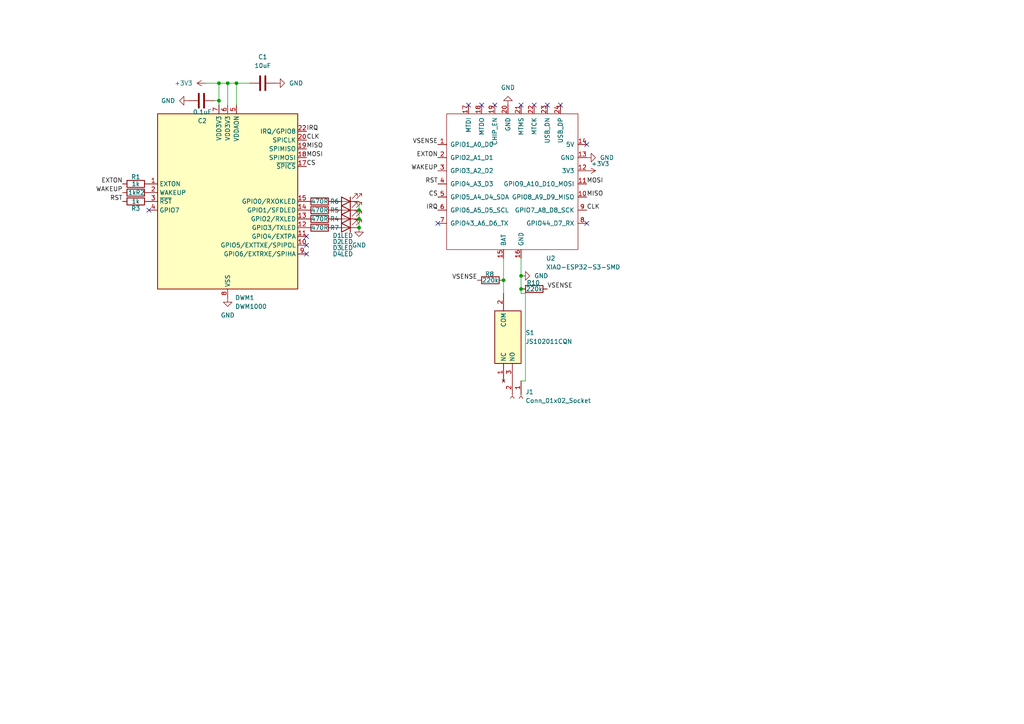
<source format=kicad_sch>
(kicad_sch
	(version 20250114)
	(generator "eeschema")
	(generator_version "9.0")
	(uuid "7a7fb706-1a16-4204-b607-bbd81e4d9180")
	(paper "A4")
	(lib_symbols
		(symbol "Connector:Conn_01x02_Socket"
			(pin_names
				(offset 1.016)
				(hide yes)
			)
			(exclude_from_sim no)
			(in_bom yes)
			(on_board yes)
			(property "Reference" "J"
				(at 0 2.54 0)
				(effects
					(font
						(size 1.27 1.27)
					)
				)
			)
			(property "Value" "Conn_01x02_Socket"
				(at 0 -5.08 0)
				(effects
					(font
						(size 1.27 1.27)
					)
				)
			)
			(property "Footprint" ""
				(at 0 0 0)
				(effects
					(font
						(size 1.27 1.27)
					)
					(hide yes)
				)
			)
			(property "Datasheet" "~"
				(at 0 0 0)
				(effects
					(font
						(size 1.27 1.27)
					)
					(hide yes)
				)
			)
			(property "Description" "Generic connector, single row, 01x02, script generated"
				(at 0 0 0)
				(effects
					(font
						(size 1.27 1.27)
					)
					(hide yes)
				)
			)
			(property "ki_locked" ""
				(at 0 0 0)
				(effects
					(font
						(size 1.27 1.27)
					)
				)
			)
			(property "ki_keywords" "connector"
				(at 0 0 0)
				(effects
					(font
						(size 1.27 1.27)
					)
					(hide yes)
				)
			)
			(property "ki_fp_filters" "Connector*:*_1x??_*"
				(at 0 0 0)
				(effects
					(font
						(size 1.27 1.27)
					)
					(hide yes)
				)
			)
			(symbol "Conn_01x02_Socket_1_1"
				(polyline
					(pts
						(xy -1.27 0) (xy -0.508 0)
					)
					(stroke
						(width 0.1524)
						(type default)
					)
					(fill
						(type none)
					)
				)
				(polyline
					(pts
						(xy -1.27 -2.54) (xy -0.508 -2.54)
					)
					(stroke
						(width 0.1524)
						(type default)
					)
					(fill
						(type none)
					)
				)
				(arc
					(start 0 -0.508)
					(mid -0.5058 0)
					(end 0 0.508)
					(stroke
						(width 0.1524)
						(type default)
					)
					(fill
						(type none)
					)
				)
				(arc
					(start 0 -3.048)
					(mid -0.5058 -2.54)
					(end 0 -2.032)
					(stroke
						(width 0.1524)
						(type default)
					)
					(fill
						(type none)
					)
				)
				(pin passive line
					(at -5.08 0 0)
					(length 3.81)
					(name "Pin_1"
						(effects
							(font
								(size 1.27 1.27)
							)
						)
					)
					(number "1"
						(effects
							(font
								(size 1.27 1.27)
							)
						)
					)
				)
				(pin passive line
					(at -5.08 -2.54 0)
					(length 3.81)
					(name "Pin_2"
						(effects
							(font
								(size 1.27 1.27)
							)
						)
					)
					(number "2"
						(effects
							(font
								(size 1.27 1.27)
							)
						)
					)
				)
			)
			(embedded_fonts no)
		)
		(symbol "Device:C"
			(pin_numbers
				(hide yes)
			)
			(pin_names
				(offset 0.254)
			)
			(exclude_from_sim no)
			(in_bom yes)
			(on_board yes)
			(property "Reference" "C"
				(at 0.635 2.54 0)
				(effects
					(font
						(size 1.27 1.27)
					)
					(justify left)
				)
			)
			(property "Value" "C"
				(at 0.635 -2.54 0)
				(effects
					(font
						(size 1.27 1.27)
					)
					(justify left)
				)
			)
			(property "Footprint" ""
				(at 0.9652 -3.81 0)
				(effects
					(font
						(size 1.27 1.27)
					)
					(hide yes)
				)
			)
			(property "Datasheet" "~"
				(at 0 0 0)
				(effects
					(font
						(size 1.27 1.27)
					)
					(hide yes)
				)
			)
			(property "Description" "Unpolarized capacitor"
				(at 0 0 0)
				(effects
					(font
						(size 1.27 1.27)
					)
					(hide yes)
				)
			)
			(property "ki_keywords" "cap capacitor"
				(at 0 0 0)
				(effects
					(font
						(size 1.27 1.27)
					)
					(hide yes)
				)
			)
			(property "ki_fp_filters" "C_*"
				(at 0 0 0)
				(effects
					(font
						(size 1.27 1.27)
					)
					(hide yes)
				)
			)
			(symbol "C_0_1"
				(polyline
					(pts
						(xy -2.032 0.762) (xy 2.032 0.762)
					)
					(stroke
						(width 0.508)
						(type default)
					)
					(fill
						(type none)
					)
				)
				(polyline
					(pts
						(xy -2.032 -0.762) (xy 2.032 -0.762)
					)
					(stroke
						(width 0.508)
						(type default)
					)
					(fill
						(type none)
					)
				)
			)
			(symbol "C_1_1"
				(pin passive line
					(at 0 3.81 270)
					(length 2.794)
					(name "~"
						(effects
							(font
								(size 1.27 1.27)
							)
						)
					)
					(number "1"
						(effects
							(font
								(size 1.27 1.27)
							)
						)
					)
				)
				(pin passive line
					(at 0 -3.81 90)
					(length 2.794)
					(name "~"
						(effects
							(font
								(size 1.27 1.27)
							)
						)
					)
					(number "2"
						(effects
							(font
								(size 1.27 1.27)
							)
						)
					)
				)
			)
			(embedded_fonts no)
		)
		(symbol "Device:LED"
			(pin_numbers
				(hide yes)
			)
			(pin_names
				(offset 1.016)
				(hide yes)
			)
			(exclude_from_sim no)
			(in_bom yes)
			(on_board yes)
			(property "Reference" "D"
				(at 0 2.54 0)
				(effects
					(font
						(size 1.27 1.27)
					)
				)
			)
			(property "Value" "LED"
				(at 0 -2.54 0)
				(effects
					(font
						(size 1.27 1.27)
					)
				)
			)
			(property "Footprint" ""
				(at 0 0 0)
				(effects
					(font
						(size 1.27 1.27)
					)
					(hide yes)
				)
			)
			(property "Datasheet" "~"
				(at 0 0 0)
				(effects
					(font
						(size 1.27 1.27)
					)
					(hide yes)
				)
			)
			(property "Description" "Light emitting diode"
				(at 0 0 0)
				(effects
					(font
						(size 1.27 1.27)
					)
					(hide yes)
				)
			)
			(property "Sim.Pins" "1=K 2=A"
				(at 0 0 0)
				(effects
					(font
						(size 1.27 1.27)
					)
					(hide yes)
				)
			)
			(property "ki_keywords" "LED diode"
				(at 0 0 0)
				(effects
					(font
						(size 1.27 1.27)
					)
					(hide yes)
				)
			)
			(property "ki_fp_filters" "LED* LED_SMD:* LED_THT:*"
				(at 0 0 0)
				(effects
					(font
						(size 1.27 1.27)
					)
					(hide yes)
				)
			)
			(symbol "LED_0_1"
				(polyline
					(pts
						(xy -3.048 -0.762) (xy -4.572 -2.286) (xy -3.81 -2.286) (xy -4.572 -2.286) (xy -4.572 -1.524)
					)
					(stroke
						(width 0)
						(type default)
					)
					(fill
						(type none)
					)
				)
				(polyline
					(pts
						(xy -1.778 -0.762) (xy -3.302 -2.286) (xy -2.54 -2.286) (xy -3.302 -2.286) (xy -3.302 -1.524)
					)
					(stroke
						(width 0)
						(type default)
					)
					(fill
						(type none)
					)
				)
				(polyline
					(pts
						(xy -1.27 0) (xy 1.27 0)
					)
					(stroke
						(width 0)
						(type default)
					)
					(fill
						(type none)
					)
				)
				(polyline
					(pts
						(xy -1.27 -1.27) (xy -1.27 1.27)
					)
					(stroke
						(width 0.254)
						(type default)
					)
					(fill
						(type none)
					)
				)
				(polyline
					(pts
						(xy 1.27 -1.27) (xy 1.27 1.27) (xy -1.27 0) (xy 1.27 -1.27)
					)
					(stroke
						(width 0.254)
						(type default)
					)
					(fill
						(type none)
					)
				)
			)
			(symbol "LED_1_1"
				(pin passive line
					(at -3.81 0 0)
					(length 2.54)
					(name "K"
						(effects
							(font
								(size 1.27 1.27)
							)
						)
					)
					(number "1"
						(effects
							(font
								(size 1.27 1.27)
							)
						)
					)
				)
				(pin passive line
					(at 3.81 0 180)
					(length 2.54)
					(name "A"
						(effects
							(font
								(size 1.27 1.27)
							)
						)
					)
					(number "2"
						(effects
							(font
								(size 1.27 1.27)
							)
						)
					)
				)
			)
			(embedded_fonts no)
		)
		(symbol "Device:R"
			(pin_numbers
				(hide yes)
			)
			(pin_names
				(offset 0)
			)
			(exclude_from_sim no)
			(in_bom yes)
			(on_board yes)
			(property "Reference" "R"
				(at 2.032 0 90)
				(effects
					(font
						(size 1.27 1.27)
					)
				)
			)
			(property "Value" "R"
				(at 0 0 90)
				(effects
					(font
						(size 1.27 1.27)
					)
				)
			)
			(property "Footprint" ""
				(at -1.778 0 90)
				(effects
					(font
						(size 1.27 1.27)
					)
					(hide yes)
				)
			)
			(property "Datasheet" "~"
				(at 0 0 0)
				(effects
					(font
						(size 1.27 1.27)
					)
					(hide yes)
				)
			)
			(property "Description" "Resistor"
				(at 0 0 0)
				(effects
					(font
						(size 1.27 1.27)
					)
					(hide yes)
				)
			)
			(property "ki_keywords" "R res resistor"
				(at 0 0 0)
				(effects
					(font
						(size 1.27 1.27)
					)
					(hide yes)
				)
			)
			(property "ki_fp_filters" "R_*"
				(at 0 0 0)
				(effects
					(font
						(size 1.27 1.27)
					)
					(hide yes)
				)
			)
			(symbol "R_0_1"
				(rectangle
					(start -1.016 -2.54)
					(end 1.016 2.54)
					(stroke
						(width 0.254)
						(type default)
					)
					(fill
						(type none)
					)
				)
			)
			(symbol "R_1_1"
				(pin passive line
					(at 0 3.81 270)
					(length 1.27)
					(name "~"
						(effects
							(font
								(size 1.27 1.27)
							)
						)
					)
					(number "1"
						(effects
							(font
								(size 1.27 1.27)
							)
						)
					)
				)
				(pin passive line
					(at 0 -3.81 90)
					(length 1.27)
					(name "~"
						(effects
							(font
								(size 1.27 1.27)
							)
						)
					)
					(number "2"
						(effects
							(font
								(size 1.27 1.27)
							)
						)
					)
				)
			)
			(embedded_fonts no)
		)
		(symbol "JS1020:JS102011CQN"
			(exclude_from_sim no)
			(in_bom yes)
			(on_board yes)
			(property "Reference" "S"
				(at 21.59 7.62 0)
				(effects
					(font
						(size 1.27 1.27)
					)
					(justify left top)
				)
			)
			(property "Value" "JS102011CQN"
				(at 21.59 5.08 0)
				(effects
					(font
						(size 1.27 1.27)
					)
					(justify left top)
				)
			)
			(property "Footprint" "JS102011CQN"
				(at 21.59 -94.92 0)
				(effects
					(font
						(size 1.27 1.27)
					)
					(justify left top)
					(hide yes)
				)
			)
			(property "Datasheet" "https://www.ckswitches.com/media/1422/js.pdf"
				(at 21.59 -194.92 0)
				(effects
					(font
						(size 1.27 1.27)
					)
					(justify left top)
					(hide yes)
				)
			)
			(property "Description" "Slide Switches Sub-Miniature Slide Switch 0.3A@6VDC or 0.1A@30VDC"
				(at 0 0 0)
				(effects
					(font
						(size 1.27 1.27)
					)
					(hide yes)
				)
			)
			(property "Height" "5.5"
				(at 21.59 -394.92 0)
				(effects
					(font
						(size 1.27 1.27)
					)
					(justify left top)
					(hide yes)
				)
			)
			(property "Mouser Part Number" "611-JS102011CQN"
				(at 21.59 -494.92 0)
				(effects
					(font
						(size 1.27 1.27)
					)
					(justify left top)
					(hide yes)
				)
			)
			(property "Mouser Price/Stock" "https://www.mouser.co.uk/ProductDetail/CK/js102011cqn?qs=j%252B1pi9TdxUaTejr8RwGFYA%3D%3D"
				(at 21.59 -594.92 0)
				(effects
					(font
						(size 1.27 1.27)
					)
					(justify left top)
					(hide yes)
				)
			)
			(property "Manufacturer_Name" "C & K COMPONENTS"
				(at 21.59 -694.92 0)
				(effects
					(font
						(size 1.27 1.27)
					)
					(justify left top)
					(hide yes)
				)
			)
			(property "Manufacturer_Part_Number" "JS102011CQN"
				(at 21.59 -794.92 0)
				(effects
					(font
						(size 1.27 1.27)
					)
					(justify left top)
					(hide yes)
				)
			)
			(symbol "JS102011CQN_1_1"
				(rectangle
					(start 5.08 2.54)
					(end 20.32 -5.08)
					(stroke
						(width 0.254)
						(type default)
					)
					(fill
						(type background)
					)
				)
				(pin no_connect line
					(at 0 0 0)
					(length 5.08)
					(name "NC"
						(effects
							(font
								(size 1.27 1.27)
							)
						)
					)
					(number "1"
						(effects
							(font
								(size 1.27 1.27)
							)
						)
					)
				)
				(pin passive line
					(at 0 -2.54 0)
					(length 5.08)
					(name "NO"
						(effects
							(font
								(size 1.27 1.27)
							)
						)
					)
					(number "3"
						(effects
							(font
								(size 1.27 1.27)
							)
						)
					)
				)
				(pin passive line
					(at 25.4 0 180)
					(length 5.08)
					(name "COM"
						(effects
							(font
								(size 1.27 1.27)
							)
						)
					)
					(number "2"
						(effects
							(font
								(size 1.27 1.27)
							)
						)
					)
				)
			)
			(embedded_fonts no)
		)
		(symbol "RF_Module:DWM1000"
			(exclude_from_sim no)
			(in_bom yes)
			(on_board yes)
			(property "Reference" "DWM"
				(at -17.78 26.67 0)
				(effects
					(font
						(size 1.27 1.27)
					)
				)
			)
			(property "Value" "DWM1000"
				(at 15.875 26.67 0)
				(effects
					(font
						(size 1.27 1.27)
					)
				)
			)
			(property "Footprint" "RF_Module:DWM1000"
				(at 7.62 -26.67 0)
				(effects
					(font
						(size 1.27 1.27)
					)
					(justify left)
					(hide yes)
				)
			)
			(property "Datasheet" "https://www.decawave.com/sites/default/files/resources/dwm1000-datasheet-v1.3.pdf"
				(at 7.62 -29.21 0)
				(effects
					(font
						(size 1.27 1.27)
					)
					(justify left)
					(hide yes)
				)
			)
			(property "Description" "Ultra wide band RF module With ranging location capabilities"
				(at 0 0 0)
				(effects
					(font
						(size 1.27 1.27)
					)
					(hide yes)
				)
			)
			(property "ki_keywords" "Decawave Qorvo UWB"
				(at 0 0 0)
				(effects
					(font
						(size 1.27 1.27)
					)
					(hide yes)
				)
			)
			(property "ki_fp_filters" "*DWM1000*"
				(at 0 0 0)
				(effects
					(font
						(size 1.27 1.27)
					)
					(hide yes)
				)
			)
			(symbol "DWM1000_0_1"
				(rectangle
					(start -20.32 25.4)
					(end 20.32 -25.4)
					(stroke
						(width 0.254)
						(type default)
					)
					(fill
						(type background)
					)
				)
			)
			(symbol "DWM1000_1_1"
				(pin output line
					(at -22.86 5.08 0)
					(length 2.54)
					(name "EXTON"
						(effects
							(font
								(size 1.27 1.27)
							)
						)
					)
					(number "1"
						(effects
							(font
								(size 1.27 1.27)
							)
						)
					)
				)
				(pin bidirectional line
					(at -22.86 2.54 0)
					(length 2.54)
					(name "WAKEUP"
						(effects
							(font
								(size 1.27 1.27)
							)
						)
					)
					(number "2"
						(effects
							(font
								(size 1.27 1.27)
							)
						)
					)
				)
				(pin bidirectional line
					(at -22.86 0 0)
					(length 2.54)
					(name "~{RST}"
						(effects
							(font
								(size 1.27 1.27)
							)
						)
					)
					(number "3"
						(effects
							(font
								(size 1.27 1.27)
							)
						)
					)
				)
				(pin bidirectional line
					(at -22.86 -2.54 0)
					(length 2.54)
					(name "GPIO7"
						(effects
							(font
								(size 1.27 1.27)
							)
						)
					)
					(number "4"
						(effects
							(font
								(size 1.27 1.27)
							)
						)
					)
				)
				(pin power_in line
					(at -2.54 27.94 270)
					(length 2.54)
					(name "VDD3V3"
						(effects
							(font
								(size 1.27 1.27)
							)
						)
					)
					(number "7"
						(effects
							(font
								(size 1.27 1.27)
							)
						)
					)
				)
				(pin power_in line
					(at 0 27.94 270)
					(length 2.54)
					(name "VDD3V3"
						(effects
							(font
								(size 1.27 1.27)
							)
						)
					)
					(number "6"
						(effects
							(font
								(size 1.27 1.27)
							)
						)
					)
				)
				(pin passive line
					(at 0 -27.94 90)
					(length 2.54)
					(hide yes)
					(name "VSS"
						(effects
							(font
								(size 1.27 1.27)
							)
						)
					)
					(number "16"
						(effects
							(font
								(size 1.27 1.27)
							)
						)
					)
				)
				(pin passive line
					(at 0 -27.94 90)
					(length 2.54)
					(hide yes)
					(name "VSS"
						(effects
							(font
								(size 1.27 1.27)
							)
						)
					)
					(number "21"
						(effects
							(font
								(size 1.27 1.27)
							)
						)
					)
				)
				(pin passive line
					(at 0 -27.94 90)
					(length 2.54)
					(hide yes)
					(name "VSS"
						(effects
							(font
								(size 1.27 1.27)
							)
						)
					)
					(number "23"
						(effects
							(font
								(size 1.27 1.27)
							)
						)
					)
				)
				(pin passive line
					(at 0 -27.94 90)
					(length 2.54)
					(hide yes)
					(name "VSS"
						(effects
							(font
								(size 1.27 1.27)
							)
						)
					)
					(number "24"
						(effects
							(font
								(size 1.27 1.27)
							)
						)
					)
				)
				(pin power_in line
					(at 0 -27.94 90)
					(length 2.54)
					(name "VSS"
						(effects
							(font
								(size 1.27 1.27)
							)
						)
					)
					(number "8"
						(effects
							(font
								(size 1.27 1.27)
							)
						)
					)
				)
				(pin power_in line
					(at 2.54 27.94 270)
					(length 2.54)
					(name "VDDAON"
						(effects
							(font
								(size 1.27 1.27)
							)
						)
					)
					(number "5"
						(effects
							(font
								(size 1.27 1.27)
							)
						)
					)
				)
				(pin bidirectional line
					(at 22.86 20.32 180)
					(length 2.54)
					(name "IRQ/GPIO8"
						(effects
							(font
								(size 1.27 1.27)
							)
						)
					)
					(number "22"
						(effects
							(font
								(size 1.27 1.27)
							)
						)
					)
				)
				(pin input line
					(at 22.86 17.78 180)
					(length 2.54)
					(name "SPICLK"
						(effects
							(font
								(size 1.27 1.27)
							)
						)
					)
					(number "20"
						(effects
							(font
								(size 1.27 1.27)
							)
						)
					)
				)
				(pin output line
					(at 22.86 15.24 180)
					(length 2.54)
					(name "SPIMISO"
						(effects
							(font
								(size 1.27 1.27)
							)
						)
					)
					(number "19"
						(effects
							(font
								(size 1.27 1.27)
							)
						)
					)
				)
				(pin input line
					(at 22.86 12.7 180)
					(length 2.54)
					(name "SPIMOSI"
						(effects
							(font
								(size 1.27 1.27)
							)
						)
					)
					(number "18"
						(effects
							(font
								(size 1.27 1.27)
							)
						)
					)
				)
				(pin input line
					(at 22.86 10.16 180)
					(length 2.54)
					(name "~{SPICS}"
						(effects
							(font
								(size 1.27 1.27)
							)
						)
					)
					(number "17"
						(effects
							(font
								(size 1.27 1.27)
							)
						)
					)
				)
				(pin bidirectional line
					(at 22.86 0 180)
					(length 2.54)
					(name "GPIO0/RXOKLED"
						(effects
							(font
								(size 1.27 1.27)
							)
						)
					)
					(number "15"
						(effects
							(font
								(size 1.27 1.27)
							)
						)
					)
				)
				(pin bidirectional line
					(at 22.86 -2.54 180)
					(length 2.54)
					(name "GPIO1/SFDLED"
						(effects
							(font
								(size 1.27 1.27)
							)
						)
					)
					(number "14"
						(effects
							(font
								(size 1.27 1.27)
							)
						)
					)
				)
				(pin bidirectional line
					(at 22.86 -5.08 180)
					(length 2.54)
					(name "GPIO2/RXLED"
						(effects
							(font
								(size 1.27 1.27)
							)
						)
					)
					(number "13"
						(effects
							(font
								(size 1.27 1.27)
							)
						)
					)
				)
				(pin bidirectional line
					(at 22.86 -7.62 180)
					(length 2.54)
					(name "GPIO3/TXLED"
						(effects
							(font
								(size 1.27 1.27)
							)
						)
					)
					(number "12"
						(effects
							(font
								(size 1.27 1.27)
							)
						)
					)
				)
				(pin bidirectional line
					(at 22.86 -10.16 180)
					(length 2.54)
					(name "GPIO4/EXTPA"
						(effects
							(font
								(size 1.27 1.27)
							)
						)
					)
					(number "11"
						(effects
							(font
								(size 1.27 1.27)
							)
						)
					)
				)
				(pin bidirectional line
					(at 22.86 -12.7 180)
					(length 2.54)
					(name "GPIO5/EXTTXE/SPIPOL"
						(effects
							(font
								(size 1.27 1.27)
							)
						)
					)
					(number "10"
						(effects
							(font
								(size 1.27 1.27)
							)
						)
					)
				)
				(pin bidirectional line
					(at 22.86 -15.24 180)
					(length 2.54)
					(name "GPIO6/EXTRXE/SPIHA"
						(effects
							(font
								(size 1.27 1.27)
							)
						)
					)
					(number "9"
						(effects
							(font
								(size 1.27 1.27)
							)
						)
					)
				)
			)
			(embedded_fonts no)
		)
		(symbol "Xiao:XIAO-ESP32-S3-SMD"
			(pin_names
				(offset 1.016)
			)
			(exclude_from_sim no)
			(in_bom yes)
			(on_board yes)
			(property "Reference" "U2"
				(at 9.7633 -21.59 0)
				(effects
					(font
						(size 1.27 1.27)
					)
					(justify left)
				)
			)
			(property "Value" "XIAO-ESP32-S3-SMD"
				(at 9.7633 -24.13 0)
				(effects
					(font
						(size 1.27 1.27)
					)
					(justify left)
				)
			)
			(property "Footprint" "Xiao:XIAO-ESP32S3-SMD"
				(at -8.89 5.08 0)
				(effects
					(font
						(size 1.27 1.27)
					)
					(hide yes)
				)
			)
			(property "Datasheet" ""
				(at -8.89 5.08 0)
				(effects
					(font
						(size 1.27 1.27)
					)
					(hide yes)
				)
			)
			(property "Description" ""
				(at 0 0 0)
				(effects
					(font
						(size 1.27 1.27)
					)
					(hide yes)
				)
			)
			(symbol "XIAO-ESP32-S3-SMD_0_1"
				(rectangle
					(start 19.05 -19.05)
					(end -19.05 20.32)
					(stroke
						(width 0)
						(type default)
					)
					(fill
						(type none)
					)
				)
			)
			(symbol "XIAO-ESP32-S3-SMD_1_1"
				(pin passive line
					(at -21.59 11.43 0)
					(length 2.54)
					(name "GPIO1_A0_D0"
						(effects
							(font
								(size 1.27 1.27)
							)
						)
					)
					(number "1"
						(effects
							(font
								(size 1.27 1.27)
							)
						)
					)
				)
				(pin passive line
					(at -21.59 7.62 0)
					(length 2.54)
					(name "GPIO2_A1_D1"
						(effects
							(font
								(size 1.27 1.27)
							)
						)
					)
					(number "2"
						(effects
							(font
								(size 1.27 1.27)
							)
						)
					)
				)
				(pin passive line
					(at -21.59 3.81 0)
					(length 2.54)
					(name "GPIO3_A2_D2"
						(effects
							(font
								(size 1.27 1.27)
							)
						)
					)
					(number "3"
						(effects
							(font
								(size 1.27 1.27)
							)
						)
					)
				)
				(pin passive line
					(at -21.59 0 0)
					(length 2.54)
					(name "GPIO4_A3_D3"
						(effects
							(font
								(size 1.27 1.27)
							)
						)
					)
					(number "4"
						(effects
							(font
								(size 1.27 1.27)
							)
						)
					)
				)
				(pin passive line
					(at -21.59 -3.81 0)
					(length 2.54)
					(name "GPIO5_A4_D4_SDA"
						(effects
							(font
								(size 1.27 1.27)
							)
						)
					)
					(number "5"
						(effects
							(font
								(size 1.27 1.27)
							)
						)
					)
				)
				(pin passive line
					(at -21.59 -7.62 0)
					(length 2.54)
					(name "GPIO6_A5_D5_SCL"
						(effects
							(font
								(size 1.27 1.27)
							)
						)
					)
					(number "6"
						(effects
							(font
								(size 1.27 1.27)
							)
						)
					)
				)
				(pin passive line
					(at -21.59 -11.43 0)
					(length 2.54)
					(name "GPIO43_A6_D6_TX"
						(effects
							(font
								(size 1.27 1.27)
							)
						)
					)
					(number "7"
						(effects
							(font
								(size 1.27 1.27)
							)
						)
					)
				)
				(pin passive line
					(at -12.7 22.86 270)
					(length 2.54)
					(name "MTDI"
						(effects
							(font
								(size 1.27 1.27)
							)
						)
					)
					(number "17"
						(effects
							(font
								(size 1.27 1.27)
							)
						)
					)
				)
				(pin passive line
					(at -8.89 22.86 270)
					(length 2.54)
					(name "MTDO"
						(effects
							(font
								(size 1.27 1.27)
							)
						)
					)
					(number "18"
						(effects
							(font
								(size 1.27 1.27)
							)
						)
					)
				)
				(pin passive line
					(at -5.08 22.86 270)
					(length 2.54)
					(name "CHIP_EN"
						(effects
							(font
								(size 1.27 1.27)
							)
						)
					)
					(number "19"
						(effects
							(font
								(size 1.27 1.27)
							)
						)
					)
				)
				(pin passive line
					(at -2.54 -21.59 90)
					(length 2.54)
					(name "BAT"
						(effects
							(font
								(size 1.27 1.27)
							)
						)
					)
					(number "15"
						(effects
							(font
								(size 1.27 1.27)
							)
						)
					)
				)
				(pin passive line
					(at -1.27 22.86 270)
					(length 2.54)
					(name "GND"
						(effects
							(font
								(size 1.27 1.27)
							)
						)
					)
					(number "20"
						(effects
							(font
								(size 1.27 1.27)
							)
						)
					)
				)
				(pin passive line
					(at 2.54 22.86 270)
					(length 2.54)
					(name "MTMS"
						(effects
							(font
								(size 1.27 1.27)
							)
						)
					)
					(number "21"
						(effects
							(font
								(size 1.27 1.27)
							)
						)
					)
				)
				(pin passive line
					(at 2.54 -21.59 90)
					(length 2.54)
					(name "GND"
						(effects
							(font
								(size 1.27 1.27)
							)
						)
					)
					(number "16"
						(effects
							(font
								(size 1.27 1.27)
							)
						)
					)
				)
				(pin passive line
					(at 6.35 22.86 270)
					(length 2.54)
					(name "MTCK"
						(effects
							(font
								(size 1.27 1.27)
							)
						)
					)
					(number "22"
						(effects
							(font
								(size 1.27 1.27)
							)
						)
					)
				)
				(pin passive line
					(at 10.16 22.86 270)
					(length 2.54)
					(name "USB_DN"
						(effects
							(font
								(size 1.27 1.27)
							)
						)
					)
					(number "23"
						(effects
							(font
								(size 1.27 1.27)
							)
						)
					)
				)
				(pin passive line
					(at 13.97 22.86 270)
					(length 2.54)
					(name "USB_DP"
						(effects
							(font
								(size 1.27 1.27)
							)
						)
					)
					(number "24"
						(effects
							(font
								(size 1.27 1.27)
							)
						)
					)
				)
				(pin passive line
					(at 21.59 11.43 180)
					(length 2.54)
					(name "5V"
						(effects
							(font
								(size 1.27 1.27)
							)
						)
					)
					(number "14"
						(effects
							(font
								(size 1.27 1.27)
							)
						)
					)
				)
				(pin passive line
					(at 21.59 7.62 180)
					(length 2.54)
					(name "GND"
						(effects
							(font
								(size 1.27 1.27)
							)
						)
					)
					(number "13"
						(effects
							(font
								(size 1.27 1.27)
							)
						)
					)
				)
				(pin passive line
					(at 21.59 3.81 180)
					(length 2.54)
					(name "3V3"
						(effects
							(font
								(size 1.27 1.27)
							)
						)
					)
					(number "12"
						(effects
							(font
								(size 1.27 1.27)
							)
						)
					)
				)
				(pin passive line
					(at 21.59 0 180)
					(length 2.54)
					(name "GPIO9_A10_D10_MOSI"
						(effects
							(font
								(size 1.27 1.27)
							)
						)
					)
					(number "11"
						(effects
							(font
								(size 1.27 1.27)
							)
						)
					)
				)
				(pin passive line
					(at 21.59 -3.81 180)
					(length 2.54)
					(name "GPIO8_A9_D9_MISO"
						(effects
							(font
								(size 1.27 1.27)
							)
						)
					)
					(number "10"
						(effects
							(font
								(size 1.27 1.27)
							)
						)
					)
				)
				(pin passive line
					(at 21.59 -7.62 180)
					(length 2.54)
					(name "GPIO7_A8_D8_SCK"
						(effects
							(font
								(size 1.27 1.27)
							)
						)
					)
					(number "9"
						(effects
							(font
								(size 1.27 1.27)
							)
						)
					)
				)
				(pin passive line
					(at 21.59 -11.43 180)
					(length 2.54)
					(name "GPIO44_D7_RX"
						(effects
							(font
								(size 1.27 1.27)
							)
						)
					)
					(number "8"
						(effects
							(font
								(size 1.27 1.27)
							)
						)
					)
				)
			)
			(embedded_fonts no)
		)
		(symbol "power:+3V3"
			(power)
			(pin_numbers
				(hide yes)
			)
			(pin_names
				(offset 0)
				(hide yes)
			)
			(exclude_from_sim no)
			(in_bom yes)
			(on_board yes)
			(property "Reference" "#PWR"
				(at 0 -3.81 0)
				(effects
					(font
						(size 1.27 1.27)
					)
					(hide yes)
				)
			)
			(property "Value" "+3V3"
				(at 0 3.556 0)
				(effects
					(font
						(size 1.27 1.27)
					)
				)
			)
			(property "Footprint" ""
				(at 0 0 0)
				(effects
					(font
						(size 1.27 1.27)
					)
					(hide yes)
				)
			)
			(property "Datasheet" ""
				(at 0 0 0)
				(effects
					(font
						(size 1.27 1.27)
					)
					(hide yes)
				)
			)
			(property "Description" "Power symbol creates a global label with name \"+3V3\""
				(at 0 0 0)
				(effects
					(font
						(size 1.27 1.27)
					)
					(hide yes)
				)
			)
			(property "ki_keywords" "global power"
				(at 0 0 0)
				(effects
					(font
						(size 1.27 1.27)
					)
					(hide yes)
				)
			)
			(symbol "+3V3_0_1"
				(polyline
					(pts
						(xy -0.762 1.27) (xy 0 2.54)
					)
					(stroke
						(width 0)
						(type default)
					)
					(fill
						(type none)
					)
				)
				(polyline
					(pts
						(xy 0 2.54) (xy 0.762 1.27)
					)
					(stroke
						(width 0)
						(type default)
					)
					(fill
						(type none)
					)
				)
				(polyline
					(pts
						(xy 0 0) (xy 0 2.54)
					)
					(stroke
						(width 0)
						(type default)
					)
					(fill
						(type none)
					)
				)
			)
			(symbol "+3V3_1_1"
				(pin power_in line
					(at 0 0 90)
					(length 0)
					(name "~"
						(effects
							(font
								(size 1.27 1.27)
							)
						)
					)
					(number "1"
						(effects
							(font
								(size 1.27 1.27)
							)
						)
					)
				)
			)
			(embedded_fonts no)
		)
		(symbol "power:GND"
			(power)
			(pin_numbers
				(hide yes)
			)
			(pin_names
				(offset 0)
				(hide yes)
			)
			(exclude_from_sim no)
			(in_bom yes)
			(on_board yes)
			(property "Reference" "#PWR"
				(at 0 -6.35 0)
				(effects
					(font
						(size 1.27 1.27)
					)
					(hide yes)
				)
			)
			(property "Value" "GND"
				(at 0 -3.81 0)
				(effects
					(font
						(size 1.27 1.27)
					)
				)
			)
			(property "Footprint" ""
				(at 0 0 0)
				(effects
					(font
						(size 1.27 1.27)
					)
					(hide yes)
				)
			)
			(property "Datasheet" ""
				(at 0 0 0)
				(effects
					(font
						(size 1.27 1.27)
					)
					(hide yes)
				)
			)
			(property "Description" "Power symbol creates a global label with name \"GND\" , ground"
				(at 0 0 0)
				(effects
					(font
						(size 1.27 1.27)
					)
					(hide yes)
				)
			)
			(property "ki_keywords" "global power"
				(at 0 0 0)
				(effects
					(font
						(size 1.27 1.27)
					)
					(hide yes)
				)
			)
			(symbol "GND_0_1"
				(polyline
					(pts
						(xy 0 0) (xy 0 -1.27) (xy 1.27 -1.27) (xy 0 -2.54) (xy -1.27 -1.27) (xy 0 -1.27)
					)
					(stroke
						(width 0)
						(type default)
					)
					(fill
						(type none)
					)
				)
			)
			(symbol "GND_1_1"
				(pin power_in line
					(at 0 0 270)
					(length 0)
					(name "~"
						(effects
							(font
								(size 1.27 1.27)
							)
						)
					)
					(number "1"
						(effects
							(font
								(size 1.27 1.27)
							)
						)
					)
				)
			)
			(embedded_fonts no)
		)
	)
	(junction
		(at 151.13 83.82)
		(diameter 0)
		(color 0 0 0 0)
		(uuid "0bd7c825-6c64-4118-a58b-6b2ef0bc76be")
	)
	(junction
		(at 63.5 24.13)
		(diameter 0)
		(color 0 0 0 0)
		(uuid "12604302-e767-4c99-bf84-fc073da34acd")
	)
	(junction
		(at 104.14 63.5)
		(diameter 0)
		(color 0 0 0 0)
		(uuid "1909654c-5dc3-4a20-92d5-a52dc74ef14b")
	)
	(junction
		(at 66.04 24.13)
		(diameter 0)
		(color 0 0 0 0)
		(uuid "4300e052-b677-4cbd-8476-0b0a8718f14b")
	)
	(junction
		(at 104.14 60.96)
		(diameter 0)
		(color 0 0 0 0)
		(uuid "51a2160f-5925-49ec-aae9-ede1f61734b7")
	)
	(junction
		(at 151.13 80.01)
		(diameter 0)
		(color 0 0 0 0)
		(uuid "5bb8fe61-6d10-49a3-9978-65478572e372")
	)
	(junction
		(at 104.14 66.04)
		(diameter 0)
		(color 0 0 0 0)
		(uuid "9fdba1f2-a80b-4ba0-b80a-24c4e73cc8a6")
	)
	(junction
		(at 68.58 24.13)
		(diameter 0)
		(color 0 0 0 0)
		(uuid "aa0d5696-8545-4be4-8863-521fa23f20d7")
	)
	(junction
		(at 63.5 29.21)
		(diameter 0)
		(color 0 0 0 0)
		(uuid "c0027cd7-166d-4fae-8822-751cc4d977c0")
	)
	(junction
		(at 146.05 81.28)
		(diameter 0)
		(color 0 0 0 0)
		(uuid "fab07937-0752-4e8f-ab8f-7b873215d1a4")
	)
	(no_connect
		(at 158.75 30.48)
		(uuid "1aca5614-f472-4585-b052-22541fda24d3")
	)
	(no_connect
		(at 162.56 30.48)
		(uuid "1effa5b4-868d-4f13-bb35-b19f3e220d26")
	)
	(no_connect
		(at 88.9 73.66)
		(uuid "42644a05-b165-4bab-88e3-eccee7f5ee04")
	)
	(no_connect
		(at 88.9 71.12)
		(uuid "54deb6de-e363-4137-9522-26adff51f493")
	)
	(no_connect
		(at 139.7 30.48)
		(uuid "581744ce-2a29-4e20-92cc-33589d5dd3a9")
	)
	(no_connect
		(at 170.18 41.91)
		(uuid "5a53bd3a-3e05-42b4-aa4d-9cd44181886e")
	)
	(no_connect
		(at 135.89 30.48)
		(uuid "671a62a5-bbe5-4848-9721-3aba5cfdb692")
	)
	(no_connect
		(at 151.13 30.48)
		(uuid "8832f652-9fc4-4811-873f-42dd246d3855")
	)
	(no_connect
		(at 170.18 64.77)
		(uuid "8a2f88ae-2412-4ec5-a10b-b092a8ee727b")
	)
	(no_connect
		(at 43.18 60.96)
		(uuid "db7c4273-45fc-49f4-a58c-00e6162cbb85")
	)
	(no_connect
		(at 154.94 30.48)
		(uuid "df9d0740-a2b3-4539-a8d7-7d15cbc5646b")
	)
	(no_connect
		(at 127 64.77)
		(uuid "f4aeadd4-9de1-4537-a5d2-368fd60593f1")
	)
	(no_connect
		(at 88.9 68.58)
		(uuid "fe9beb94-6173-40ec-9a12-cc8d70cfcae5")
	)
	(no_connect
		(at 143.51 30.48)
		(uuid "ff832060-cbfc-46e5-be62-c79ea5b8c512")
	)
	(wire
		(pts
			(xy 104.14 58.42) (xy 104.14 60.96)
		)
		(stroke
			(width 0)
			(type default)
		)
		(uuid "03d4e57b-c983-4d46-9004-1ab90e0f5b07")
	)
	(wire
		(pts
			(xy 62.23 29.21) (xy 63.5 29.21)
		)
		(stroke
			(width 0)
			(type default)
		)
		(uuid "0676006e-e1e0-4f3d-8644-1ceb1e25e15b")
	)
	(wire
		(pts
			(xy 151.13 74.93) (xy 151.13 80.01)
		)
		(stroke
			(width 0)
			(type default)
		)
		(uuid "0934f974-48d9-40cb-ba39-aaccee8b80f0")
	)
	(wire
		(pts
			(xy 68.58 24.13) (xy 72.39 24.13)
		)
		(stroke
			(width 0)
			(type default)
		)
		(uuid "1538091e-1953-4cbf-8771-8ecf93a25d89")
	)
	(wire
		(pts
			(xy 151.13 80.01) (xy 151.13 83.82)
		)
		(stroke
			(width 0)
			(type default)
		)
		(uuid "2d52b31f-b062-4a63-8475-8370dc00ee67")
	)
	(wire
		(pts
			(xy 68.58 24.13) (xy 68.58 30.48)
		)
		(stroke
			(width 0)
			(type default)
		)
		(uuid "48369710-bc17-42f0-a903-bbf0d042128a")
	)
	(wire
		(pts
			(xy 146.05 81.28) (xy 146.05 85.09)
		)
		(stroke
			(width 0)
			(type default)
		)
		(uuid "4e52cd18-f579-4048-9a77-8c1f08ae50b2")
	)
	(wire
		(pts
			(xy 152.4 85.09) (xy 151.13 85.09)
		)
		(stroke
			(width 0)
			(type default)
		)
		(uuid "69550bda-d879-4837-a5a9-eb6703038896")
	)
	(wire
		(pts
			(xy 151.13 110.49) (xy 152.4 110.49)
		)
		(stroke
			(width 0)
			(type default)
		)
		(uuid "773aab2d-80d2-4cfd-9054-0b29761d33cb")
	)
	(wire
		(pts
			(xy 104.14 60.96) (xy 104.14 63.5)
		)
		(stroke
			(width 0)
			(type default)
		)
		(uuid "8f591439-8d7a-4ca2-a8e8-6ffb71a85999")
	)
	(wire
		(pts
			(xy 104.14 63.5) (xy 104.14 66.04)
		)
		(stroke
			(width 0)
			(type default)
		)
		(uuid "92a83a7a-3a04-422b-ae88-5dfeb68ec0f3")
	)
	(wire
		(pts
			(xy 63.5 24.13) (xy 66.04 24.13)
		)
		(stroke
			(width 0)
			(type default)
		)
		(uuid "9b030708-547c-477b-ba6d-5799e146736c")
	)
	(wire
		(pts
			(xy 59.69 24.13) (xy 63.5 24.13)
		)
		(stroke
			(width 0)
			(type default)
		)
		(uuid "b286bc1a-e355-47e0-9383-7c7fa53434d9")
	)
	(wire
		(pts
			(xy 63.5 29.21) (xy 63.5 30.48)
		)
		(stroke
			(width 0)
			(type default)
		)
		(uuid "b9e95213-bc01-4d4b-b68c-9e3c802f4e94")
	)
	(wire
		(pts
			(xy 151.13 83.82) (xy 151.13 85.09)
		)
		(stroke
			(width 0)
			(type default)
		)
		(uuid "c18422cc-f743-41e7-b799-59617680dc81")
	)
	(wire
		(pts
			(xy 63.5 24.13) (xy 63.5 29.21)
		)
		(stroke
			(width 0)
			(type default)
		)
		(uuid "e74d093b-9fd8-4f26-8105-729b98d0fb61")
	)
	(wire
		(pts
			(xy 66.04 24.13) (xy 66.04 30.48)
		)
		(stroke
			(width 0)
			(type default)
		)
		(uuid "eb93c569-c33d-4355-8eb2-724df826c307")
	)
	(wire
		(pts
			(xy 146.05 74.93) (xy 146.05 81.28)
		)
		(stroke
			(width 0)
			(type default)
		)
		(uuid "f437c3e6-104b-487d-ba34-93e9cc9a3c19")
	)
	(wire
		(pts
			(xy 66.04 24.13) (xy 68.58 24.13)
		)
		(stroke
			(width 0)
			(type default)
		)
		(uuid "f91b288b-71ba-49da-985c-968cc6700a5f")
	)
	(wire
		(pts
			(xy 152.4 110.49) (xy 152.4 85.09)
		)
		(stroke
			(width 0)
			(type default)
		)
		(uuid "fb4d9407-60ef-49a1-81bf-37f1ef73421b")
	)
	(label "CS"
		(at 127 57.15 180)
		(effects
			(font
				(size 1.27 1.27)
			)
			(justify right bottom)
		)
		(uuid "0bff1905-8325-432a-a964-46ab7ce4f1b9")
	)
	(label "MOSI"
		(at 88.9 45.72 0)
		(effects
			(font
				(size 1.27 1.27)
			)
			(justify left bottom)
		)
		(uuid "156eb9e6-ff17-4450-b55d-319f7a6b181e")
	)
	(label "EXTON"
		(at 127 45.72 180)
		(effects
			(font
				(size 1.27 1.27)
			)
			(justify right bottom)
		)
		(uuid "28042d52-c3ee-4ea2-9216-bb7360709aa3")
	)
	(label "VSENSE"
		(at 127 41.91 180)
		(effects
			(font
				(size 1.27 1.27)
			)
			(justify right bottom)
		)
		(uuid "37227c8c-f5e9-45b6-b44d-7a963cd772a4")
	)
	(label "MISO"
		(at 88.9 43.18 0)
		(effects
			(font
				(size 1.27 1.27)
			)
			(justify left bottom)
		)
		(uuid "6b123bbf-ce06-4088-9cab-43bb15cd7350")
	)
	(label "MOSI"
		(at 170.18 53.34 0)
		(effects
			(font
				(size 1.27 1.27)
			)
			(justify left bottom)
		)
		(uuid "7d1bbe2a-1e07-479a-907b-23a15e3117c5")
	)
	(label "CS"
		(at 88.9 48.26 0)
		(effects
			(font
				(size 1.27 1.27)
			)
			(justify left bottom)
		)
		(uuid "978e058c-c5c8-4470-9833-f16ca66fbd28")
	)
	(label "WAKEUP"
		(at 127 49.53 180)
		(effects
			(font
				(size 1.27 1.27)
			)
			(justify right bottom)
		)
		(uuid "a3b09df2-5092-4695-8d37-6fec39ad6aa1")
	)
	(label "IRQ"
		(at 88.9 38.1 0)
		(effects
			(font
				(size 1.27 1.27)
			)
			(justify left bottom)
		)
		(uuid "b040205a-976d-49c0-b1f5-11c2691dc65b")
	)
	(label "VSENSE"
		(at 138.43 81.28 180)
		(effects
			(font
				(size 1.27 1.27)
			)
			(justify right bottom)
		)
		(uuid "b4034f12-2083-40b0-9394-3eca62c8433d")
	)
	(label "CLK"
		(at 88.9 40.64 0)
		(effects
			(font
				(size 1.27 1.27)
			)
			(justify left bottom)
		)
		(uuid "c10f94b0-b13f-4a2e-a858-e2e8b2223eb1")
	)
	(label "VSENSE"
		(at 158.75 83.82 0)
		(effects
			(font
				(size 1.27 1.27)
			)
			(justify left bottom)
		)
		(uuid "c22aab50-a008-4649-82e5-33ec84d05446")
	)
	(label "RST"
		(at 35.56 58.42 180)
		(effects
			(font
				(size 1.27 1.27)
			)
			(justify right bottom)
		)
		(uuid "c8683a87-0335-446a-8398-6eebdbc89f9d")
	)
	(label "RST"
		(at 127 53.34 180)
		(effects
			(font
				(size 1.27 1.27)
			)
			(justify right bottom)
		)
		(uuid "ccc33a07-51d7-4089-b56d-9a40ef3dfca9")
	)
	(label "WAKEUP"
		(at 35.56 55.88 180)
		(effects
			(font
				(size 1.27 1.27)
			)
			(justify right bottom)
		)
		(uuid "db993840-29ea-4654-b826-5e392c9be203")
	)
	(label "CLK"
		(at 170.18 60.96 0)
		(effects
			(font
				(size 1.27 1.27)
			)
			(justify left bottom)
		)
		(uuid "e0129e91-ced6-40ad-be6a-5b49f0ce4b2a")
	)
	(label "EXTON"
		(at 35.56 53.34 180)
		(effects
			(font
				(size 1.27 1.27)
			)
			(justify right bottom)
		)
		(uuid "e11c84db-faba-4604-988d-5b3c85f07b6b")
	)
	(label "MISO"
		(at 170.18 57.15 0)
		(effects
			(font
				(size 1.27 1.27)
			)
			(justify left bottom)
		)
		(uuid "e22d0dd1-ed6d-47a4-a69d-81879c5b57d1")
	)
	(label "IRQ"
		(at 127 60.96 180)
		(effects
			(font
				(size 1.27 1.27)
			)
			(justify right bottom)
		)
		(uuid "ec313096-bb31-4b19-a081-51650a85f92f")
	)
	(symbol
		(lib_id "power:GND")
		(at 66.04 86.36 0)
		(unit 1)
		(exclude_from_sim no)
		(in_bom yes)
		(on_board yes)
		(dnp no)
		(fields_autoplaced yes)
		(uuid "0633db2a-8963-447b-a55e-3b2c39a041a3")
		(property "Reference" "#PWR01"
			(at 66.04 92.71 0)
			(effects
				(font
					(size 1.27 1.27)
				)
				(hide yes)
			)
		)
		(property "Value" "GND"
			(at 66.04 91.44 0)
			(effects
				(font
					(size 1.27 1.27)
				)
			)
		)
		(property "Footprint" ""
			(at 66.04 86.36 0)
			(effects
				(font
					(size 1.27 1.27)
				)
				(hide yes)
			)
		)
		(property "Datasheet" ""
			(at 66.04 86.36 0)
			(effects
				(font
					(size 1.27 1.27)
				)
				(hide yes)
			)
		)
		(property "Description" "Power symbol creates a global label with name \"GND\" , ground"
			(at 66.04 86.36 0)
			(effects
				(font
					(size 1.27 1.27)
				)
				(hide yes)
			)
		)
		(pin "1"
			(uuid "8d4f43d6-1d57-4ded-b8c5-71cfcc77d214")
		)
		(instances
			(project ""
				(path "/7a7fb706-1a16-4204-b607-bbd81e4d9180"
					(reference "#PWR01")
					(unit 1)
				)
			)
		)
	)
	(symbol
		(lib_id "Device:C")
		(at 58.42 29.21 270)
		(unit 1)
		(exclude_from_sim no)
		(in_bom yes)
		(on_board yes)
		(dnp no)
		(uuid "0a7bfe80-29d1-4e43-bab6-274061490a66")
		(property "Reference" "C2"
			(at 58.674 35.052 90)
			(effects
				(font
					(size 1.27 1.27)
				)
			)
		)
		(property "Value" "0.1uF"
			(at 58.674 32.512 90)
			(effects
				(font
					(size 1.27 1.27)
				)
			)
		)
		(property "Footprint" "Capacitor_SMD:C_0603_1608Metric"
			(at 54.61 30.1752 0)
			(effects
				(font
					(size 1.27 1.27)
				)
				(hide yes)
			)
		)
		(property "Datasheet" "~"
			(at 58.42 29.21 0)
			(effects
				(font
					(size 1.27 1.27)
				)
				(hide yes)
			)
		)
		(property "Description" "Unpolarized capacitor"
			(at 58.42 29.21 0)
			(effects
				(font
					(size 1.27 1.27)
				)
				(hide yes)
			)
		)
		(pin "1"
			(uuid "dc6094dc-37ad-4a65-ac30-f23afa1682d1")
		)
		(pin "2"
			(uuid "0d657e03-ea50-480b-b485-053ed75b7018")
		)
		(instances
			(project ""
				(path "/7a7fb706-1a16-4204-b607-bbd81e4d9180"
					(reference "C2")
					(unit 1)
				)
			)
		)
	)
	(symbol
		(lib_id "power:GND")
		(at 151.13 80.01 90)
		(unit 1)
		(exclude_from_sim no)
		(in_bom yes)
		(on_board yes)
		(dnp no)
		(fields_autoplaced yes)
		(uuid "16da4014-bd15-451e-a60c-61c4423c0864")
		(property "Reference" "#PWR08"
			(at 157.48 80.01 0)
			(effects
				(font
					(size 1.27 1.27)
				)
				(hide yes)
			)
		)
		(property "Value" "GND"
			(at 154.94 80.0099 90)
			(effects
				(font
					(size 1.27 1.27)
				)
				(justify right)
			)
		)
		(property "Footprint" ""
			(at 151.13 80.01 0)
			(effects
				(font
					(size 1.27 1.27)
				)
				(hide yes)
			)
		)
		(property "Datasheet" ""
			(at 151.13 80.01 0)
			(effects
				(font
					(size 1.27 1.27)
				)
				(hide yes)
			)
		)
		(property "Description" "Power symbol creates a global label with name \"GND\" , ground"
			(at 151.13 80.01 0)
			(effects
				(font
					(size 1.27 1.27)
				)
				(hide yes)
			)
		)
		(pin "1"
			(uuid "45731eaa-96d4-4709-a981-af6496b215a6")
		)
		(instances
			(project "UWB Fly"
				(path "/7a7fb706-1a16-4204-b607-bbd81e4d9180"
					(reference "#PWR08")
					(unit 1)
				)
			)
		)
	)
	(symbol
		(lib_id "power:GND")
		(at 170.18 45.72 90)
		(unit 1)
		(exclude_from_sim no)
		(in_bom yes)
		(on_board yes)
		(dnp no)
		(fields_autoplaced yes)
		(uuid "1ed267e2-3901-4053-a4ce-3f63c8dda7d4")
		(property "Reference" "#PWR09"
			(at 176.53 45.72 0)
			(effects
				(font
					(size 1.27 1.27)
				)
				(hide yes)
			)
		)
		(property "Value" "GND"
			(at 173.99 45.7199 90)
			(effects
				(font
					(size 1.27 1.27)
				)
				(justify right)
			)
		)
		(property "Footprint" ""
			(at 170.18 45.72 0)
			(effects
				(font
					(size 1.27 1.27)
				)
				(hide yes)
			)
		)
		(property "Datasheet" ""
			(at 170.18 45.72 0)
			(effects
				(font
					(size 1.27 1.27)
				)
				(hide yes)
			)
		)
		(property "Description" "Power symbol creates a global label with name \"GND\" , ground"
			(at 170.18 45.72 0)
			(effects
				(font
					(size 1.27 1.27)
				)
				(hide yes)
			)
		)
		(pin "1"
			(uuid "2b7fbe9c-088f-42ac-881f-8c6241ff3490")
		)
		(instances
			(project "UWB Fly"
				(path "/7a7fb706-1a16-4204-b607-bbd81e4d9180"
					(reference "#PWR09")
					(unit 1)
				)
			)
		)
	)
	(symbol
		(lib_id "Device:R")
		(at 92.71 58.42 90)
		(unit 1)
		(exclude_from_sim no)
		(in_bom yes)
		(on_board yes)
		(dnp no)
		(uuid "2c38e348-fc8b-4359-91a6-cf54f55bcba1")
		(property "Reference" "R6"
			(at 97.028 58.42 90)
			(effects
				(font
					(size 1.27 1.27)
				)
			)
		)
		(property "Value" "470R"
			(at 92.71 58.42 90)
			(effects
				(font
					(size 1.27 1.27)
				)
			)
		)
		(property "Footprint" "Resistor_SMD:R_0603_1608Metric"
			(at 92.71 60.198 90)
			(effects
				(font
					(size 1.27 1.27)
				)
				(hide yes)
			)
		)
		(property "Datasheet" "~"
			(at 92.71 58.42 0)
			(effects
				(font
					(size 1.27 1.27)
				)
				(hide yes)
			)
		)
		(property "Description" "Resistor"
			(at 92.71 58.42 0)
			(effects
				(font
					(size 1.27 1.27)
				)
				(hide yes)
			)
		)
		(pin "1"
			(uuid "ff37b83a-a3ce-4772-b310-53e8c652fad9")
		)
		(pin "2"
			(uuid "1fbe9f7b-9b45-4d47-adf0-c94686f38859")
		)
		(instances
			(project "UWB Fly"
				(path "/7a7fb706-1a16-4204-b607-bbd81e4d9180"
					(reference "R6")
					(unit 1)
				)
			)
		)
	)
	(symbol
		(lib_id "Device:R")
		(at 92.71 63.5 90)
		(unit 1)
		(exclude_from_sim no)
		(in_bom yes)
		(on_board yes)
		(dnp no)
		(uuid "3eb295e7-61b8-46d8-9001-8482ebcde490")
		(property "Reference" "R4"
			(at 97.028 63.5 90)
			(effects
				(font
					(size 1.27 1.27)
				)
			)
		)
		(property "Value" "470R"
			(at 92.71 63.5 90)
			(effects
				(font
					(size 1.27 1.27)
				)
			)
		)
		(property "Footprint" "Resistor_SMD:R_0603_1608Metric"
			(at 92.71 65.278 90)
			(effects
				(font
					(size 1.27 1.27)
				)
				(hide yes)
			)
		)
		(property "Datasheet" "~"
			(at 92.71 63.5 0)
			(effects
				(font
					(size 1.27 1.27)
				)
				(hide yes)
			)
		)
		(property "Description" "Resistor"
			(at 92.71 63.5 0)
			(effects
				(font
					(size 1.27 1.27)
				)
				(hide yes)
			)
		)
		(pin "1"
			(uuid "9f094df6-3d47-41f6-950d-3a935dbd0e4f")
		)
		(pin "2"
			(uuid "d261daee-70ac-4d70-8007-9add703d813a")
		)
		(instances
			(project ""
				(path "/7a7fb706-1a16-4204-b607-bbd81e4d9180"
					(reference "R4")
					(unit 1)
				)
			)
		)
	)
	(symbol
		(lib_id "power:+3V3")
		(at 170.18 49.53 270)
		(unit 1)
		(exclude_from_sim no)
		(in_bom yes)
		(on_board yes)
		(dnp no)
		(uuid "4363abcf-e73f-4359-8599-523b9460c408")
		(property "Reference" "#PWR07"
			(at 166.37 49.53 0)
			(effects
				(font
					(size 1.27 1.27)
				)
				(hide yes)
			)
		)
		(property "Value" "+3V3"
			(at 171.45 47.498 90)
			(effects
				(font
					(size 1.27 1.27)
				)
				(justify left)
			)
		)
		(property "Footprint" ""
			(at 170.18 49.53 0)
			(effects
				(font
					(size 1.27 1.27)
				)
				(hide yes)
			)
		)
		(property "Datasheet" ""
			(at 170.18 49.53 0)
			(effects
				(font
					(size 1.27 1.27)
				)
				(hide yes)
			)
		)
		(property "Description" "Power symbol creates a global label with name \"+3V3\""
			(at 170.18 49.53 0)
			(effects
				(font
					(size 1.27 1.27)
				)
				(hide yes)
			)
		)
		(pin "1"
			(uuid "81225c56-0226-407e-b34e-f83b84f291b5")
		)
		(instances
			(project "UWB Fly"
				(path "/7a7fb706-1a16-4204-b607-bbd81e4d9180"
					(reference "#PWR07")
					(unit 1)
				)
			)
		)
	)
	(symbol
		(lib_id "Xiao:XIAO-ESP32-S3-SMD")
		(at 148.59 53.34 0)
		(unit 1)
		(exclude_from_sim no)
		(in_bom yes)
		(on_board yes)
		(dnp no)
		(fields_autoplaced yes)
		(uuid "4566155c-5657-44b7-affd-df0e7d146dcc")
		(property "Reference" "U2"
			(at 158.3533 74.93 0)
			(effects
				(font
					(size 1.27 1.27)
				)
				(justify left)
			)
		)
		(property "Value" "XIAO-ESP32-S3-SMD"
			(at 158.3533 77.47 0)
			(effects
				(font
					(size 1.27 1.27)
				)
				(justify left)
			)
		)
		(property "Footprint" "Xiao:XIAO-ESP32S3-SMD"
			(at 139.7 48.26 0)
			(effects
				(font
					(size 1.27 1.27)
				)
				(hide yes)
			)
		)
		(property "Datasheet" ""
			(at 139.7 48.26 0)
			(effects
				(font
					(size 1.27 1.27)
				)
				(hide yes)
			)
		)
		(property "Description" ""
			(at 148.59 53.34 0)
			(effects
				(font
					(size 1.27 1.27)
				)
				(hide yes)
			)
		)
		(pin "18"
			(uuid "e691c90b-9d7b-47b1-a93d-5f8f41a3bd0b")
		)
		(pin "24"
			(uuid "ec0b6a89-89f5-4bd7-8802-8c8ea67b742f")
		)
		(pin "1"
			(uuid "35bd2576-e20e-4764-a46b-4fe9daaf81fa")
		)
		(pin "3"
			(uuid "34178b54-0443-4b12-bf19-63b4cb5cd446")
		)
		(pin "4"
			(uuid "803cb1fc-dfbd-4d9a-8fc2-dece57a377f6")
		)
		(pin "20"
			(uuid "9a41ec98-76dc-4a35-8e59-b1c3a1be127d")
		)
		(pin "22"
			(uuid "53671df1-3593-4e1f-ad0c-687ccfc647f2")
		)
		(pin "6"
			(uuid "59b6c69b-c351-4a27-9a5f-094d2f7190c2")
		)
		(pin "2"
			(uuid "34b69218-9107-46bc-afbb-1bfcfeb3d2ad")
		)
		(pin "15"
			(uuid "da660fd7-d323-449a-aaba-5e4d8f12f129")
		)
		(pin "5"
			(uuid "1f9177cf-b733-40a3-b2a1-671a601b87aa")
		)
		(pin "19"
			(uuid "23f14e90-1505-4fc7-816a-fec2900761d9")
		)
		(pin "23"
			(uuid "a4fd070c-13aa-4757-a0d0-72832f8b9ef6")
		)
		(pin "21"
			(uuid "518c4db7-dcf7-4245-a466-14ef50dc2ccf")
		)
		(pin "7"
			(uuid "94214246-6a40-4ec8-8a9c-15a0ffdd6a00")
		)
		(pin "17"
			(uuid "b23a5b6c-8e4e-47ad-9f4a-88b5204deb14")
		)
		(pin "16"
			(uuid "b12d8860-eb5e-4d55-9676-fc4122a6d871")
		)
		(pin "13"
			(uuid "26f25cb9-764c-4781-bba6-fbc2616b4b67")
		)
		(pin "12"
			(uuid "19ce0e85-03b7-4c78-bfee-e1614ac5d3d2")
		)
		(pin "10"
			(uuid "78ed3db7-6f68-4327-8444-dfcf9bf1e062")
		)
		(pin "11"
			(uuid "b92ed61e-3fb3-4ab1-a29e-e7ffd02d27fb")
		)
		(pin "9"
			(uuid "66225f1e-f996-4be1-811b-4b3abf0070ca")
		)
		(pin "8"
			(uuid "90fa6829-96eb-48a1-aa61-8b0acadc0e74")
		)
		(pin "14"
			(uuid "504239f1-36ab-419b-98be-ff4e7dfdbecc")
		)
		(instances
			(project ""
				(path "/7a7fb706-1a16-4204-b607-bbd81e4d9180"
					(reference "U2")
					(unit 1)
				)
			)
		)
	)
	(symbol
		(lib_id "power:+3V3")
		(at 59.69 24.13 90)
		(unit 1)
		(exclude_from_sim no)
		(in_bom yes)
		(on_board yes)
		(dnp no)
		(fields_autoplaced yes)
		(uuid "4e133e04-9c0f-4b0a-b573-fa82e3da5efb")
		(property "Reference" "#PWR02"
			(at 63.5 24.13 0)
			(effects
				(font
					(size 1.27 1.27)
				)
				(hide yes)
			)
		)
		(property "Value" "+3V3"
			(at 55.88 24.1299 90)
			(effects
				(font
					(size 1.27 1.27)
				)
				(justify left)
			)
		)
		(property "Footprint" ""
			(at 59.69 24.13 0)
			(effects
				(font
					(size 1.27 1.27)
				)
				(hide yes)
			)
		)
		(property "Datasheet" ""
			(at 59.69 24.13 0)
			(effects
				(font
					(size 1.27 1.27)
				)
				(hide yes)
			)
		)
		(property "Description" "Power symbol creates a global label with name \"+3V3\""
			(at 59.69 24.13 0)
			(effects
				(font
					(size 1.27 1.27)
				)
				(hide yes)
			)
		)
		(pin "1"
			(uuid "7e194dc9-9872-419b-8c14-a91fa9b9ce95")
		)
		(instances
			(project ""
				(path "/7a7fb706-1a16-4204-b607-bbd81e4d9180"
					(reference "#PWR02")
					(unit 1)
				)
			)
		)
	)
	(symbol
		(lib_id "power:GND")
		(at 54.61 29.21 270)
		(unit 1)
		(exclude_from_sim no)
		(in_bom yes)
		(on_board yes)
		(dnp no)
		(fields_autoplaced yes)
		(uuid "688cf09c-9667-4624-80cd-d3f9e5a156ff")
		(property "Reference" "#PWR03"
			(at 48.26 29.21 0)
			(effects
				(font
					(size 1.27 1.27)
				)
				(hide yes)
			)
		)
		(property "Value" "GND"
			(at 50.8 29.2101 90)
			(effects
				(font
					(size 1.27 1.27)
				)
				(justify right)
			)
		)
		(property "Footprint" ""
			(at 54.61 29.21 0)
			(effects
				(font
					(size 1.27 1.27)
				)
				(hide yes)
			)
		)
		(property "Datasheet" ""
			(at 54.61 29.21 0)
			(effects
				(font
					(size 1.27 1.27)
				)
				(hide yes)
			)
		)
		(property "Description" "Power symbol creates a global label with name \"GND\" , ground"
			(at 54.61 29.21 0)
			(effects
				(font
					(size 1.27 1.27)
				)
				(hide yes)
			)
		)
		(pin "1"
			(uuid "9816ac32-b8a5-4690-be90-05e162c3fafd")
		)
		(instances
			(project "UWB Fly"
				(path "/7a7fb706-1a16-4204-b607-bbd81e4d9180"
					(reference "#PWR03")
					(unit 1)
				)
			)
		)
	)
	(symbol
		(lib_id "Device:LED")
		(at 100.33 66.04 180)
		(unit 1)
		(exclude_from_sim no)
		(in_bom yes)
		(on_board yes)
		(dnp no)
		(uuid "69f96545-e677-4f60-b322-1b16ef89af83")
		(property "Reference" "D4"
			(at 97.79 73.66 0)
			(effects
				(font
					(size 1.27 1.27)
				)
			)
		)
		(property "Value" "LED"
			(at 100.584 68.326 0)
			(effects
				(font
					(size 1.27 1.27)
				)
			)
		)
		(property "Footprint" "LED_SMD:LED_0603_1608Metric"
			(at 100.33 66.04 0)
			(effects
				(font
					(size 1.27 1.27)
				)
				(hide yes)
			)
		)
		(property "Datasheet" "~"
			(at 100.33 66.04 0)
			(effects
				(font
					(size 1.27 1.27)
				)
				(hide yes)
			)
		)
		(property "Description" "Light emitting diode"
			(at 100.33 66.04 0)
			(effects
				(font
					(size 1.27 1.27)
				)
				(hide yes)
			)
		)
		(property "Sim.Pins" "1=K 2=A"
			(at 100.33 66.04 0)
			(effects
				(font
					(size 1.27 1.27)
				)
				(hide yes)
			)
		)
		(pin "1"
			(uuid "88a3a78d-be78-4b11-8293-15dee1055d1d")
		)
		(pin "2"
			(uuid "2a46d488-fd47-4214-aea3-c5a2b624a6c9")
		)
		(instances
			(project ""
				(path "/7a7fb706-1a16-4204-b607-bbd81e4d9180"
					(reference "D4")
					(unit 1)
				)
			)
		)
	)
	(symbol
		(lib_id "Device:R")
		(at 142.24 81.28 270)
		(unit 1)
		(exclude_from_sim no)
		(in_bom yes)
		(on_board yes)
		(dnp no)
		(uuid "6de5d186-09b4-4642-85b7-dfc1b6eab03c")
		(property "Reference" "R8"
			(at 141.986 79.502 90)
			(effects
				(font
					(size 1.27 1.27)
				)
			)
		)
		(property "Value" "220k"
			(at 142.24 81.28 90)
			(effects
				(font
					(size 1.27 1.27)
				)
			)
		)
		(property "Footprint" "Resistor_SMD:R_0603_1608Metric"
			(at 142.24 79.502 90)
			(effects
				(font
					(size 1.27 1.27)
				)
				(hide yes)
			)
		)
		(property "Datasheet" "~"
			(at 142.24 81.28 0)
			(effects
				(font
					(size 1.27 1.27)
				)
				(hide yes)
			)
		)
		(property "Description" "Resistor"
			(at 142.24 81.28 0)
			(effects
				(font
					(size 1.27 1.27)
				)
				(hide yes)
			)
		)
		(pin "1"
			(uuid "6662bf69-997d-41dc-93a1-13d832286b8e")
		)
		(pin "2"
			(uuid "b1bd7e09-3fd3-4356-b749-190d20a2c4f1")
		)
		(instances
			(project "UWB Fly"
				(path "/7a7fb706-1a16-4204-b607-bbd81e4d9180"
					(reference "R8")
					(unit 1)
				)
			)
		)
	)
	(symbol
		(lib_id "Device:R")
		(at 39.37 58.42 90)
		(unit 1)
		(exclude_from_sim no)
		(in_bom yes)
		(on_board yes)
		(dnp no)
		(uuid "765f82cd-25c2-4142-8ab5-9666a2259eb2")
		(property "Reference" "R3"
			(at 39.37 60.452 90)
			(effects
				(font
					(size 1.27 1.27)
				)
			)
		)
		(property "Value" "1k"
			(at 39.37 58.42 90)
			(effects
				(font
					(size 1.27 1.27)
				)
			)
		)
		(property "Footprint" "Resistor_SMD:R_0603_1608Metric"
			(at 39.37 60.198 90)
			(effects
				(font
					(size 1.27 1.27)
				)
				(hide yes)
			)
		)
		(property "Datasheet" "~"
			(at 39.37 58.42 0)
			(effects
				(font
					(size 1.27 1.27)
				)
				(hide yes)
			)
		)
		(property "Description" "Resistor"
			(at 39.37 58.42 0)
			(effects
				(font
					(size 1.27 1.27)
				)
				(hide yes)
			)
		)
		(pin "1"
			(uuid "40421948-9cb3-472d-a89f-76d375eb2967")
		)
		(pin "2"
			(uuid "462c0cf6-7aa0-4b6f-ada2-7c961481e4da")
		)
		(instances
			(project ""
				(path "/7a7fb706-1a16-4204-b607-bbd81e4d9180"
					(reference "R3")
					(unit 1)
				)
			)
		)
	)
	(symbol
		(lib_id "Device:LED")
		(at 100.33 58.42 180)
		(unit 1)
		(exclude_from_sim no)
		(in_bom yes)
		(on_board yes)
		(dnp no)
		(uuid "7916ec20-a9ff-4744-b408-0c80a34279db")
		(property "Reference" "D1"
			(at 97.79 68.326 0)
			(effects
				(font
					(size 1.27 1.27)
				)
			)
		)
		(property "Value" "LED"
			(at 100.584 73.66 0)
			(effects
				(font
					(size 1.27 1.27)
				)
			)
		)
		(property "Footprint" "LED_SMD:LED_0603_1608Metric"
			(at 100.33 58.42 0)
			(effects
				(font
					(size 1.27 1.27)
				)
				(hide yes)
			)
		)
		(property "Datasheet" "~"
			(at 100.33 58.42 0)
			(effects
				(font
					(size 1.27 1.27)
				)
				(hide yes)
			)
		)
		(property "Description" "Light emitting diode"
			(at 100.33 58.42 0)
			(effects
				(font
					(size 1.27 1.27)
				)
				(hide yes)
			)
		)
		(property "Sim.Pins" "1=K 2=A"
			(at 100.33 58.42 0)
			(effects
				(font
					(size 1.27 1.27)
				)
				(hide yes)
			)
		)
		(pin "1"
			(uuid "88a3a78d-be78-4b11-8293-15dee1055d1e")
		)
		(pin "2"
			(uuid "2a46d488-fd47-4214-aea3-c5a2b624a6ca")
		)
		(instances
			(project ""
				(path "/7a7fb706-1a16-4204-b607-bbd81e4d9180"
					(reference "D1")
					(unit 1)
				)
			)
		)
	)
	(symbol
		(lib_id "Device:R")
		(at 39.37 53.34 90)
		(unit 1)
		(exclude_from_sim no)
		(in_bom yes)
		(on_board yes)
		(dnp no)
		(uuid "8fe9ff3f-f1ed-4979-921e-ce917e8d1b66")
		(property "Reference" "R1"
			(at 39.37 51.308 90)
			(effects
				(font
					(size 1.27 1.27)
				)
			)
		)
		(property "Value" "1k"
			(at 39.37 53.34 90)
			(effects
				(font
					(size 1.27 1.27)
				)
			)
		)
		(property "Footprint" "Resistor_SMD:R_0603_1608Metric"
			(at 39.37 55.118 90)
			(effects
				(font
					(size 1.27 1.27)
				)
				(hide yes)
			)
		)
		(property "Datasheet" "~"
			(at 39.37 53.34 0)
			(effects
				(font
					(size 1.27 1.27)
				)
				(hide yes)
			)
		)
		(property "Description" "Resistor"
			(at 39.37 53.34 0)
			(effects
				(font
					(size 1.27 1.27)
				)
				(hide yes)
			)
		)
		(pin "1"
			(uuid "40421948-9cb3-472d-a89f-76d375eb2968")
		)
		(pin "2"
			(uuid "462c0cf6-7aa0-4b6f-ada2-7c961481e4db")
		)
		(instances
			(project ""
				(path "/7a7fb706-1a16-4204-b607-bbd81e4d9180"
					(reference "R1")
					(unit 1)
				)
			)
		)
	)
	(symbol
		(lib_id "power:GND")
		(at 104.14 66.04 0)
		(unit 1)
		(exclude_from_sim no)
		(in_bom yes)
		(on_board yes)
		(dnp no)
		(fields_autoplaced yes)
		(uuid "937abb88-61d7-4a50-a8dc-ef0bce5fd233")
		(property "Reference" "#PWR05"
			(at 104.14 72.39 0)
			(effects
				(font
					(size 1.27 1.27)
				)
				(hide yes)
			)
		)
		(property "Value" "GND"
			(at 104.14 71.12 0)
			(effects
				(font
					(size 1.27 1.27)
				)
			)
		)
		(property "Footprint" ""
			(at 104.14 66.04 0)
			(effects
				(font
					(size 1.27 1.27)
				)
				(hide yes)
			)
		)
		(property "Datasheet" ""
			(at 104.14 66.04 0)
			(effects
				(font
					(size 1.27 1.27)
				)
				(hide yes)
			)
		)
		(property "Description" "Power symbol creates a global label with name \"GND\" , ground"
			(at 104.14 66.04 0)
			(effects
				(font
					(size 1.27 1.27)
				)
				(hide yes)
			)
		)
		(pin "1"
			(uuid "d9391934-9140-4357-b57c-2f55b11ba87b")
		)
		(instances
			(project "UWB Fly"
				(path "/7a7fb706-1a16-4204-b607-bbd81e4d9180"
					(reference "#PWR05")
					(unit 1)
				)
			)
		)
	)
	(symbol
		(lib_id "Device:LED")
		(at 100.33 63.5 180)
		(unit 1)
		(exclude_from_sim no)
		(in_bom yes)
		(on_board yes)
		(dnp no)
		(uuid "97579a9a-ed40-4389-9ff5-f212ed5dbe5a")
		(property "Reference" "D3"
			(at 97.79 71.882 0)
			(effects
				(font
					(size 1.27 1.27)
				)
			)
		)
		(property "Value" "LED"
			(at 100.584 70.104 0)
			(effects
				(font
					(size 1.27 1.27)
				)
			)
		)
		(property "Footprint" "LED_SMD:LED_0603_1608Metric"
			(at 100.33 63.5 0)
			(effects
				(font
					(size 1.27 1.27)
				)
				(hide yes)
			)
		)
		(property "Datasheet" "~"
			(at 100.33 63.5 0)
			(effects
				(font
					(size 1.27 1.27)
				)
				(hide yes)
			)
		)
		(property "Description" "Light emitting diode"
			(at 100.33 63.5 0)
			(effects
				(font
					(size 1.27 1.27)
				)
				(hide yes)
			)
		)
		(property "Sim.Pins" "1=K 2=A"
			(at 100.33 63.5 0)
			(effects
				(font
					(size 1.27 1.27)
				)
				(hide yes)
			)
		)
		(pin "1"
			(uuid "88a3a78d-be78-4b11-8293-15dee1055d1f")
		)
		(pin "2"
			(uuid "2a46d488-fd47-4214-aea3-c5a2b624a6cb")
		)
		(instances
			(project ""
				(path "/7a7fb706-1a16-4204-b607-bbd81e4d9180"
					(reference "D3")
					(unit 1)
				)
			)
		)
	)
	(symbol
		(lib_id "Device:R")
		(at 92.71 66.04 90)
		(unit 1)
		(exclude_from_sim no)
		(in_bom yes)
		(on_board yes)
		(dnp no)
		(uuid "9c47ab68-666c-4422-9ef5-b21ce5c070ae")
		(property "Reference" "R7"
			(at 97.028 66.04 90)
			(effects
				(font
					(size 1.27 1.27)
				)
			)
		)
		(property "Value" "470R"
			(at 92.71 66.04 90)
			(effects
				(font
					(size 1.27 1.27)
				)
			)
		)
		(property "Footprint" "Resistor_SMD:R_0603_1608Metric"
			(at 92.71 67.818 90)
			(effects
				(font
					(size 1.27 1.27)
				)
				(hide yes)
			)
		)
		(property "Datasheet" "~"
			(at 92.71 66.04 0)
			(effects
				(font
					(size 1.27 1.27)
				)
				(hide yes)
			)
		)
		(property "Description" "Resistor"
			(at 92.71 66.04 0)
			(effects
				(font
					(size 1.27 1.27)
				)
				(hide yes)
			)
		)
		(pin "1"
			(uuid "2cf33018-1035-4299-bd38-48631977ffed")
		)
		(pin "2"
			(uuid "03d1b7fe-673d-4951-a249-00227cf8969d")
		)
		(instances
			(project "UWB Fly"
				(path "/7a7fb706-1a16-4204-b607-bbd81e4d9180"
					(reference "R7")
					(unit 1)
				)
			)
		)
	)
	(symbol
		(lib_id "RF_Module:DWM1000")
		(at 66.04 58.42 0)
		(unit 1)
		(exclude_from_sim no)
		(in_bom yes)
		(on_board yes)
		(dnp no)
		(fields_autoplaced yes)
		(uuid "9ce52f9c-a5af-47cc-abc1-3cb72ec2a3b3")
		(property "Reference" "DWM1"
			(at 68.1833 86.36 0)
			(effects
				(font
					(size 1.27 1.27)
				)
				(justify left)
			)
		)
		(property "Value" "DWM1000"
			(at 68.1833 88.9 0)
			(effects
				(font
					(size 1.27 1.27)
				)
				(justify left)
			)
		)
		(property "Footprint" "RF_Module:DWM1000"
			(at 73.66 85.09 0)
			(effects
				(font
					(size 1.27 1.27)
				)
				(justify left)
				(hide yes)
			)
		)
		(property "Datasheet" "https://www.decawave.com/sites/default/files/resources/dwm1000-datasheet-v1.3.pdf"
			(at 73.66 87.63 0)
			(effects
				(font
					(size 1.27 1.27)
				)
				(justify left)
				(hide yes)
			)
		)
		(property "Description" "Ultra wide band RF module With ranging location capabilities"
			(at 66.04 58.42 0)
			(effects
				(font
					(size 1.27 1.27)
				)
				(hide yes)
			)
		)
		(pin "7"
			(uuid "45c9bc83-7650-44fc-bde9-8efe2dfd9d2e")
		)
		(pin "14"
			(uuid "9c26e15c-5e15-4eb9-bfe6-16ad6d522e8b")
		)
		(pin "11"
			(uuid "2de6d02d-12f0-492a-97f7-f940caacfe77")
		)
		(pin "4"
			(uuid "173f0685-e9b8-4a07-b0d3-9f170cc3058e")
		)
		(pin "24"
			(uuid "0859f208-75ad-4e34-b019-5dc264500e86")
		)
		(pin "12"
			(uuid "9fd81718-1821-44b0-a434-ac45188a16cc")
		)
		(pin "23"
			(uuid "18fcc35f-2927-405f-9343-f410189a7a73")
		)
		(pin "19"
			(uuid "15ed6e4a-0543-4c0f-9de1-9846522403c0")
		)
		(pin "9"
			(uuid "ae37f0b3-2e65-42c8-8738-33e318d83e3d")
		)
		(pin "21"
			(uuid "e44ba26e-bf00-46ec-8122-013f5e6d06bf")
		)
		(pin "16"
			(uuid "0a44723a-fcf6-4044-a252-406877b3a023")
		)
		(pin "8"
			(uuid "01758880-95a8-4a68-ae72-1d75d7bd3b02")
		)
		(pin "1"
			(uuid "37083bc2-a764-492b-a1f8-3ff5eaf666af")
		)
		(pin "3"
			(uuid "c307593a-cc3c-4c45-b43b-0d568c5e91e1")
		)
		(pin "5"
			(uuid "ea40cdc5-8620-452e-b42e-9d5460833c34")
		)
		(pin "17"
			(uuid "eabf571e-e4c2-4c43-84a4-0bc4834ed784")
		)
		(pin "15"
			(uuid "1a527a9e-ae17-4c24-81f8-c8ef5570cfde")
		)
		(pin "22"
			(uuid "a83891d9-f7bb-47f4-afac-4ad8621f3cb0")
		)
		(pin "6"
			(uuid "069d1519-3337-49b5-b0e7-f197fc4fbf24")
		)
		(pin "2"
			(uuid "4f53a2b5-9910-4554-bae8-2438022acbf0")
		)
		(pin "20"
			(uuid "f944556c-ae56-433c-9d7c-bd2f8e248d7b")
		)
		(pin "18"
			(uuid "269dace3-836b-40b6-b19a-8702eace9305")
		)
		(pin "13"
			(uuid "6477e210-27b3-4ff4-82e1-461f09594e47")
		)
		(pin "10"
			(uuid "2702fca6-67ac-4bea-b4f3-4179f0b95f38")
		)
		(instances
			(project ""
				(path "/7a7fb706-1a16-4204-b607-bbd81e4d9180"
					(reference "DWM1")
					(unit 1)
				)
			)
		)
	)
	(symbol
		(lib_id "Device:R")
		(at 39.37 55.88 90)
		(unit 1)
		(exclude_from_sim no)
		(in_bom yes)
		(on_board yes)
		(dnp no)
		(uuid "aa285aa5-16ec-4f28-9b3a-a6e17632b29a")
		(property "Reference" "R2"
			(at 40.64 55.88 90)
			(effects
				(font
					(size 1.27 1.27)
				)
			)
		)
		(property "Value" "1k"
			(at 38.354 55.88 90)
			(effects
				(font
					(size 1.27 1.27)
				)
			)
		)
		(property "Footprint" "Resistor_SMD:R_0603_1608Metric"
			(at 39.37 57.658 90)
			(effects
				(font
					(size 1.27 1.27)
				)
				(hide yes)
			)
		)
		(property "Datasheet" "~"
			(at 39.37 55.88 0)
			(effects
				(font
					(size 1.27 1.27)
				)
				(hide yes)
			)
		)
		(property "Description" "Resistor"
			(at 39.37 55.88 0)
			(effects
				(font
					(size 1.27 1.27)
				)
				(hide yes)
			)
		)
		(pin "1"
			(uuid "40421948-9cb3-472d-a89f-76d375eb2969")
		)
		(pin "2"
			(uuid "462c0cf6-7aa0-4b6f-ada2-7c961481e4dc")
		)
		(instances
			(project ""
				(path "/7a7fb706-1a16-4204-b607-bbd81e4d9180"
					(reference "R2")
					(unit 1)
				)
			)
		)
	)
	(symbol
		(lib_id "Device:R")
		(at 154.94 83.82 270)
		(unit 1)
		(exclude_from_sim no)
		(in_bom yes)
		(on_board yes)
		(dnp no)
		(uuid "abc7ae9a-39c4-4d1d-901f-01deaf2445eb")
		(property "Reference" "R10"
			(at 154.686 82.042 90)
			(effects
				(font
					(size 1.27 1.27)
				)
			)
		)
		(property "Value" "220k"
			(at 154.94 83.82 90)
			(effects
				(font
					(size 1.27 1.27)
				)
			)
		)
		(property "Footprint" "Resistor_SMD:R_0603_1608Metric"
			(at 154.94 82.042 90)
			(effects
				(font
					(size 1.27 1.27)
				)
				(hide yes)
			)
		)
		(property "Datasheet" "~"
			(at 154.94 83.82 0)
			(effects
				(font
					(size 1.27 1.27)
				)
				(hide yes)
			)
		)
		(property "Description" "Resistor"
			(at 154.94 83.82 0)
			(effects
				(font
					(size 1.27 1.27)
				)
				(hide yes)
			)
		)
		(pin "1"
			(uuid "a2827561-6015-433b-8590-8b172d330692")
		)
		(pin "2"
			(uuid "e2cb998a-2b57-4d5b-9066-81f9ecf00d44")
		)
		(instances
			(project "UWB Fly"
				(path "/7a7fb706-1a16-4204-b607-bbd81e4d9180"
					(reference "R10")
					(unit 1)
				)
			)
		)
	)
	(symbol
		(lib_id "JS1020:JS102011CQN")
		(at 146.05 110.49 90)
		(unit 1)
		(exclude_from_sim no)
		(in_bom yes)
		(on_board yes)
		(dnp no)
		(fields_autoplaced yes)
		(uuid "b022daca-fd8f-4386-bc58-4c2c4daaed3b")
		(property "Reference" "S1"
			(at 152.4 96.5199 90)
			(effects
				(font
					(size 1.27 1.27)
				)
				(justify right)
			)
		)
		(property "Value" "JS102011CQN"
			(at 152.4 99.0599 90)
			(effects
				(font
					(size 1.27 1.27)
				)
				(justify right)
			)
		)
		(property "Footprint" "'Swight:SW_SSSS811101"
			(at 240.97 88.9 0)
			(effects
				(font
					(size 1.27 1.27)
				)
				(justify left top)
				(hide yes)
			)
		)
		(property "Datasheet" "https://www.ckswitches.com/media/1422/js.pdf"
			(at 340.97 88.9 0)
			(effects
				(font
					(size 1.27 1.27)
				)
				(justify left top)
				(hide yes)
			)
		)
		(property "Description" "Slide Switches Sub-Miniature Slide Switch 0.3A@6VDC or 0.1A@30VDC"
			(at 146.05 110.49 0)
			(effects
				(font
					(size 1.27 1.27)
				)
				(hide yes)
			)
		)
		(property "Height" "5.5"
			(at 540.97 88.9 0)
			(effects
				(font
					(size 1.27 1.27)
				)
				(justify left top)
				(hide yes)
			)
		)
		(property "Mouser Part Number" "611-JS102011CQN"
			(at 640.97 88.9 0)
			(effects
				(font
					(size 1.27 1.27)
				)
				(justify left top)
				(hide yes)
			)
		)
		(property "Mouser Price/Stock" "https://www.mouser.co.uk/ProductDetail/CK/js102011cqn?qs=j%252B1pi9TdxUaTejr8RwGFYA%3D%3D"
			(at 740.97 88.9 0)
			(effects
				(font
					(size 1.27 1.27)
				)
				(justify left top)
				(hide yes)
			)
		)
		(property "Manufacturer_Name" "C & K COMPONENTS"
			(at 840.97 88.9 0)
			(effects
				(font
					(size 1.27 1.27)
				)
				(justify left top)
				(hide yes)
			)
		)
		(property "Manufacturer_Part_Number" "JS102011CQN"
			(at 940.97 88.9 0)
			(effects
				(font
					(size 1.27 1.27)
				)
				(justify left top)
				(hide yes)
			)
		)
		(pin "2"
			(uuid "789cf085-8a50-4caf-a300-1e460c076c3b")
		)
		(pin "3"
			(uuid "1f8d518a-85f0-48bb-9da0-c93214689246")
		)
		(pin "1"
			(uuid "bbdded54-757c-4200-ab44-65b8c37cfc59")
		)
		(instances
			(project ""
				(path "/7a7fb706-1a16-4204-b607-bbd81e4d9180"
					(reference "S1")
					(unit 1)
				)
			)
		)
	)
	(symbol
		(lib_id "power:GND")
		(at 80.01 24.13 90)
		(unit 1)
		(exclude_from_sim no)
		(in_bom yes)
		(on_board yes)
		(dnp no)
		(fields_autoplaced yes)
		(uuid "c52515bd-2c26-41df-829b-bbd4674e3c34")
		(property "Reference" "#PWR04"
			(at 86.36 24.13 0)
			(effects
				(font
					(size 1.27 1.27)
				)
				(hide yes)
			)
		)
		(property "Value" "GND"
			(at 83.82 24.1299 90)
			(effects
				(font
					(size 1.27 1.27)
				)
				(justify right)
			)
		)
		(property "Footprint" ""
			(at 80.01 24.13 0)
			(effects
				(font
					(size 1.27 1.27)
				)
				(hide yes)
			)
		)
		(property "Datasheet" ""
			(at 80.01 24.13 0)
			(effects
				(font
					(size 1.27 1.27)
				)
				(hide yes)
			)
		)
		(property "Description" "Power symbol creates a global label with name \"GND\" , ground"
			(at 80.01 24.13 0)
			(effects
				(font
					(size 1.27 1.27)
				)
				(hide yes)
			)
		)
		(pin "1"
			(uuid "36c49266-d784-428c-bae5-662b64b41fe5")
		)
		(instances
			(project "UWB Fly"
				(path "/7a7fb706-1a16-4204-b607-bbd81e4d9180"
					(reference "#PWR04")
					(unit 1)
				)
			)
		)
	)
	(symbol
		(lib_id "Device:R")
		(at 92.71 60.96 90)
		(unit 1)
		(exclude_from_sim no)
		(in_bom yes)
		(on_board yes)
		(dnp no)
		(uuid "c97c97a1-3dac-4019-a70a-2c36bedb712d")
		(property "Reference" "R5"
			(at 97.028 60.96 90)
			(effects
				(font
					(size 1.27 1.27)
				)
			)
		)
		(property "Value" "470R"
			(at 92.71 60.96 90)
			(effects
				(font
					(size 1.27 1.27)
				)
			)
		)
		(property "Footprint" "Resistor_SMD:R_0603_1608Metric"
			(at 92.71 62.738 90)
			(effects
				(font
					(size 1.27 1.27)
				)
				(hide yes)
			)
		)
		(property "Datasheet" "~"
			(at 92.71 60.96 0)
			(effects
				(font
					(size 1.27 1.27)
				)
				(hide yes)
			)
		)
		(property "Description" "Resistor"
			(at 92.71 60.96 0)
			(effects
				(font
					(size 1.27 1.27)
				)
				(hide yes)
			)
		)
		(pin "1"
			(uuid "b5cb7a03-53cc-47a3-8359-2b564cb69fc6")
		)
		(pin "2"
			(uuid "8c8b38f4-4191-4046-b2de-c160b4347783")
		)
		(instances
			(project "UWB Fly"
				(path "/7a7fb706-1a16-4204-b607-bbd81e4d9180"
					(reference "R5")
					(unit 1)
				)
			)
		)
	)
	(symbol
		(lib_id "power:GND")
		(at 147.32 30.48 180)
		(unit 1)
		(exclude_from_sim no)
		(in_bom yes)
		(on_board yes)
		(dnp no)
		(fields_autoplaced yes)
		(uuid "caed15c8-fd02-4b5d-8285-d6818bbdf9d0")
		(property "Reference" "#PWR06"
			(at 147.32 24.13 0)
			(effects
				(font
					(size 1.27 1.27)
				)
				(hide yes)
			)
		)
		(property "Value" "GND"
			(at 147.32 25.4 0)
			(effects
				(font
					(size 1.27 1.27)
				)
			)
		)
		(property "Footprint" ""
			(at 147.32 30.48 0)
			(effects
				(font
					(size 1.27 1.27)
				)
				(hide yes)
			)
		)
		(property "Datasheet" ""
			(at 147.32 30.48 0)
			(effects
				(font
					(size 1.27 1.27)
				)
				(hide yes)
			)
		)
		(property "Description" "Power symbol creates a global label with name \"GND\" , ground"
			(at 147.32 30.48 0)
			(effects
				(font
					(size 1.27 1.27)
				)
				(hide yes)
			)
		)
		(pin "1"
			(uuid "a2e7fa4e-d922-4b96-b2d4-dfb6287d36ad")
		)
		(instances
			(project "UWB Fly"
				(path "/7a7fb706-1a16-4204-b607-bbd81e4d9180"
					(reference "#PWR06")
					(unit 1)
				)
			)
		)
	)
	(symbol
		(lib_id "Device:C")
		(at 76.2 24.13 90)
		(unit 1)
		(exclude_from_sim no)
		(in_bom yes)
		(on_board yes)
		(dnp no)
		(fields_autoplaced yes)
		(uuid "d80ac2e5-0252-48f6-9238-5a694e7f63aa")
		(property "Reference" "C1"
			(at 76.2 16.51 90)
			(effects
				(font
					(size 1.27 1.27)
				)
			)
		)
		(property "Value" "10uF"
			(at 76.2 19.05 90)
			(effects
				(font
					(size 1.27 1.27)
				)
			)
		)
		(property "Footprint" "Capacitor_SMD:C_0603_1608Metric"
			(at 80.01 23.1648 0)
			(effects
				(font
					(size 1.27 1.27)
				)
				(hide yes)
			)
		)
		(property "Datasheet" "~"
			(at 76.2 24.13 0)
			(effects
				(font
					(size 1.27 1.27)
				)
				(hide yes)
			)
		)
		(property "Description" "Unpolarized capacitor"
			(at 76.2 24.13 0)
			(effects
				(font
					(size 1.27 1.27)
				)
				(hide yes)
			)
		)
		(pin "1"
			(uuid "dc6094dc-37ad-4a65-ac30-f23afa1682d2")
		)
		(pin "2"
			(uuid "0d657e03-ea50-480b-b485-053ed75b7019")
		)
		(instances
			(project ""
				(path "/7a7fb706-1a16-4204-b607-bbd81e4d9180"
					(reference "C1")
					(unit 1)
				)
			)
		)
	)
	(symbol
		(lib_id "Connector:Conn_01x02_Socket")
		(at 151.13 115.57 270)
		(unit 1)
		(exclude_from_sim no)
		(in_bom yes)
		(on_board yes)
		(dnp no)
		(fields_autoplaced yes)
		(uuid "e144f61e-c6fe-4e96-bbcd-07880eefa7d3")
		(property "Reference" "J1"
			(at 152.4 113.6649 90)
			(effects
				(font
					(size 1.27 1.27)
				)
				(justify left)
			)
		)
		(property "Value" "Conn_01x02_Socket"
			(at 152.4 116.2049 90)
			(effects
				(font
					(size 1.27 1.27)
				)
				(justify left)
			)
		)
		(property "Footprint" "Connector_Wire:SolderWire-0.5sqmm_1x02_P4.8mm_D0.9mm_OD2.3mm"
			(at 151.13 115.57 0)
			(effects
				(font
					(size 1.27 1.27)
				)
				(hide yes)
			)
		)
		(property "Datasheet" "~"
			(at 151.13 115.57 0)
			(effects
				(font
					(size 1.27 1.27)
				)
				(hide yes)
			)
		)
		(property "Description" "Generic connector, single row, 01x02, script generated"
			(at 151.13 115.57 0)
			(effects
				(font
					(size 1.27 1.27)
				)
				(hide yes)
			)
		)
		(pin "1"
			(uuid "736fc457-68a3-49a5-94f3-f2747042cd5d")
		)
		(pin "2"
			(uuid "c306f7bd-1b0d-4756-8a35-ad8244faf3b8")
		)
		(instances
			(project ""
				(path "/7a7fb706-1a16-4204-b607-bbd81e4d9180"
					(reference "J1")
					(unit 1)
				)
			)
		)
	)
	(symbol
		(lib_id "Device:LED")
		(at 100.33 60.96 180)
		(unit 1)
		(exclude_from_sim no)
		(in_bom yes)
		(on_board yes)
		(dnp no)
		(uuid "e68c40df-ac6a-4716-bf92-7de3d0e2c590")
		(property "Reference" "D2"
			(at 97.79 70.104 0)
			(effects
				(font
					(size 1.27 1.27)
				)
			)
		)
		(property "Value" "LED"
			(at 100.584 71.882 0)
			(effects
				(font
					(size 1.27 1.27)
				)
			)
		)
		(property "Footprint" "LED_SMD:LED_0603_1608Metric"
			(at 100.33 60.96 0)
			(effects
				(font
					(size 1.27 1.27)
				)
				(hide yes)
			)
		)
		(property "Datasheet" "~"
			(at 100.33 60.96 0)
			(effects
				(font
					(size 1.27 1.27)
				)
				(hide yes)
			)
		)
		(property "Description" "Light emitting diode"
			(at 100.33 60.96 0)
			(effects
				(font
					(size 1.27 1.27)
				)
				(hide yes)
			)
		)
		(property "Sim.Pins" "1=K 2=A"
			(at 100.33 60.96 0)
			(effects
				(font
					(size 1.27 1.27)
				)
				(hide yes)
			)
		)
		(pin "1"
			(uuid "88a3a78d-be78-4b11-8293-15dee1055d20")
		)
		(pin "2"
			(uuid "2a46d488-fd47-4214-aea3-c5a2b624a6cc")
		)
		(instances
			(project ""
				(path "/7a7fb706-1a16-4204-b607-bbd81e4d9180"
					(reference "D2")
					(unit 1)
				)
			)
		)
	)
	(sheet_instances
		(path "/"
			(page "1")
		)
	)
	(embedded_fonts no)
)

</source>
